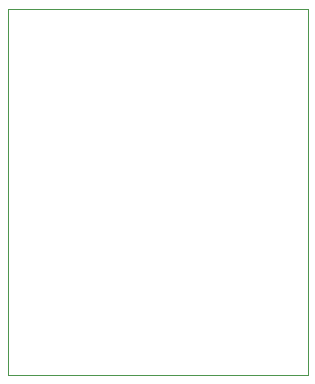
<source format=gbr>
G04 Layer_Color=0*
%FSLAX45Y45*%
%MOMM*%
%TF.FileFunction,Profile,NP*%
%TF.Part,Single*%
G01*
G75*
%TA.AperFunction,Profile*%
%ADD43C,0.02540*%
D43*
X-1574801Y-711199D02*
X965199Y-711201D01*
X965200Y2387599D01*
X-1574800Y2387600D01*
X-1574801Y-711199D01*
%TF.MD5,cc15cb687a29d1fede6030b7458c2845*%
M02*

</source>
